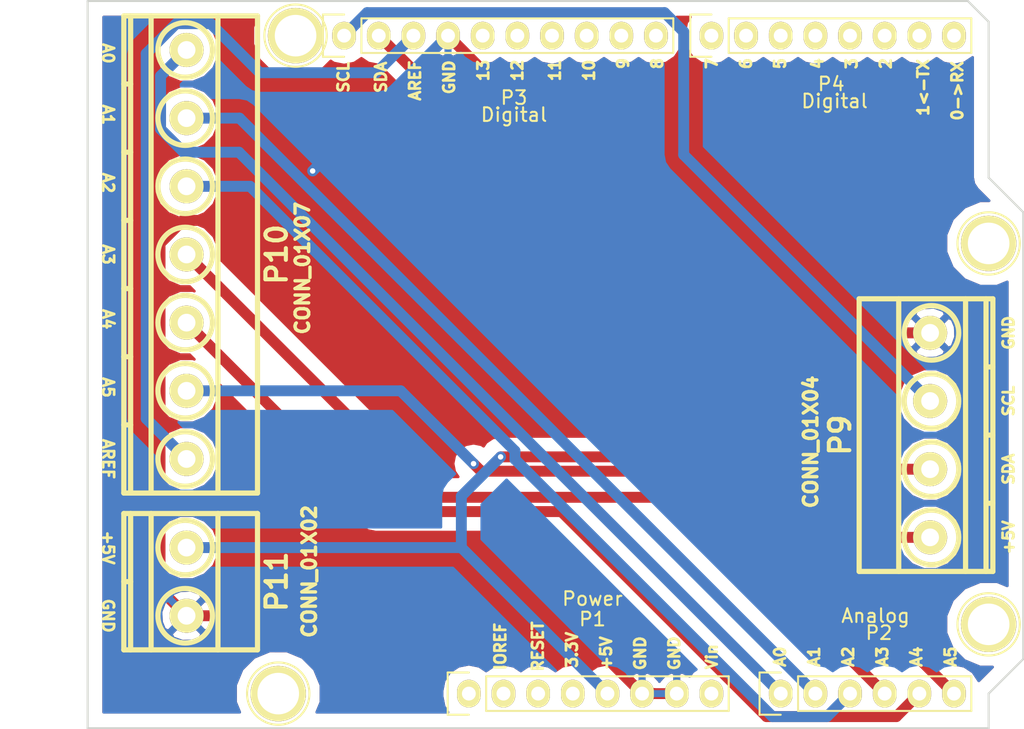
<source format=kicad_pcb>
(kicad_pcb (version 4) (host pcbnew 4.0.4-stable)

  (general
    (links 15)
    (no_connects 0)
    (area 104.572999 72.949999 179.724191 126.440001)
    (thickness 1.6)
    (drawings 70)
    (tracks 62)
    (zones 0)
    (modules 11)
    (nets 12)
  )

  (page A4)
  (title_block
    (date "lun. 30 mars 2015")
  )

  (layers
    (0 F.Cu signal)
    (31 B.Cu signal)
    (32 B.Adhes user)
    (33 F.Adhes user)
    (34 B.Paste user)
    (35 F.Paste user)
    (36 B.SilkS user)
    (37 F.SilkS user)
    (38 B.Mask user)
    (39 F.Mask user)
    (40 Dwgs.User user)
    (41 Cmts.User user)
    (42 Eco1.User user)
    (43 Eco2.User user)
    (44 Edge.Cuts user)
    (45 Margin user)
    (46 B.CrtYd user)
    (47 F.CrtYd user)
    (48 B.Fab user)
    (49 F.Fab user)
  )

  (setup
    (last_trace_width 0.7)
    (trace_clearance 0.25)
    (zone_clearance 1)
    (zone_45_only no)
    (trace_min 0.2)
    (segment_width 0.15)
    (edge_width 0.15)
    (via_size 0.6)
    (via_drill 0.4)
    (via_min_size 0.4)
    (via_min_drill 0.3)
    (uvia_size 0.3)
    (uvia_drill 0.1)
    (uvias_allowed no)
    (uvia_min_size 0.2)
    (uvia_min_drill 0.1)
    (pcb_text_width 0.3)
    (pcb_text_size 1.5 1.5)
    (mod_edge_width 0.15)
    (mod_text_size 1 1)
    (mod_text_width 0.15)
    (pad_size 4.064 4.064)
    (pad_drill 3.048)
    (pad_to_mask_clearance 0)
    (aux_axis_origin 110.998 126.365)
    (grid_origin 110.998 126.365)
    (visible_elements 7FFFFFFF)
    (pcbplotparams
      (layerselection 0x010f0_80000001)
      (usegerberextensions false)
      (excludeedgelayer true)
      (linewidth 0.100000)
      (plotframeref false)
      (viasonmask false)
      (mode 1)
      (useauxorigin false)
      (hpglpennumber 1)
      (hpglpenspeed 20)
      (hpglpendiameter 15)
      (hpglpenoverlay 2)
      (psnegative false)
      (psa4output false)
      (plotreference true)
      (plotvalue true)
      (plotinvisibletext false)
      (padsonsilk false)
      (subtractmaskfromsilk false)
      (outputformat 1)
      (mirror false)
      (drillshape 0)
      (scaleselection 1)
      (outputdirectory Gerbers/))
  )

  (net 0 "")
  (net 1 +5V)
  (net 2 GND)
  (net 3 /A0)
  (net 4 /A1)
  (net 5 /A2)
  (net 6 /A3)
  (net 7 /A4)
  (net 8 /A5)
  (net 9 "/(SCL)")
  (net 10 "/(SDA)")
  (net 11 /AREF)

  (net_class Default "This is the default net class."
    (clearance 0.25)
    (trace_width 0.7)
    (via_dia 0.6)
    (via_drill 0.4)
    (uvia_dia 0.3)
    (uvia_drill 0.1)
    (add_net +5V)
    (add_net "/(SCL)")
    (add_net "/(SDA)")
    (add_net /A0)
    (add_net /A1)
    (add_net /A2)
    (add_net /A3)
    (add_net /A4)
    (add_net /A5)
    (add_net /AREF)
    (add_net GND)
  )

  (module Socket_Arduino_Uno:Socket_Strip_Arduino_1x08 locked (layer F.Cu) (tedit 58E5750C) (tstamp 551AF9EA)
    (at 138.938 123.825)
    (descr "Through hole socket strip")
    (tags "socket strip")
    (path /56D70129)
    (fp_text reference P1 (at 9.06 -5.46) (layer F.SilkS)
      (effects (font (size 1 1) (thickness 0.15)))
    )
    (fp_text value Power (at 9.06 -6.96) (layer F.SilkS)
      (effects (font (size 1 1) (thickness 0.15)))
    )
    (fp_line (start -1.75 -1.75) (end -1.75 1.75) (layer F.CrtYd) (width 0.05))
    (fp_line (start 19.55 -1.75) (end 19.55 1.75) (layer F.CrtYd) (width 0.05))
    (fp_line (start -1.75 -1.75) (end 19.55 -1.75) (layer F.CrtYd) (width 0.05))
    (fp_line (start -1.75 1.75) (end 19.55 1.75) (layer F.CrtYd) (width 0.05))
    (fp_line (start 1.27 1.27) (end 19.05 1.27) (layer F.SilkS) (width 0.15))
    (fp_line (start 19.05 1.27) (end 19.05 -1.27) (layer F.SilkS) (width 0.15))
    (fp_line (start 19.05 -1.27) (end 1.27 -1.27) (layer F.SilkS) (width 0.15))
    (fp_line (start -1.55 1.55) (end 0 1.55) (layer F.SilkS) (width 0.15))
    (fp_line (start 1.27 1.27) (end 1.27 -1.27) (layer F.SilkS) (width 0.15))
    (fp_line (start 0 -1.55) (end -1.55 -1.55) (layer F.SilkS) (width 0.15))
    (fp_line (start -1.55 -1.55) (end -1.55 1.55) (layer F.SilkS) (width 0.15))
    (pad 1 thru_hole oval (at 0 0) (size 1.7272 2.032) (drill 1.016) (layers *.Cu *.Mask F.SilkS))
    (pad 2 thru_hole oval (at 2.54 0) (size 1.7272 2.032) (drill 1.016) (layers *.Cu *.Mask F.SilkS))
    (pad 3 thru_hole oval (at 5.08 0) (size 1.7272 2.032) (drill 1.016) (layers *.Cu *.Mask F.SilkS))
    (pad 4 thru_hole oval (at 7.62 0) (size 1.7272 2.032) (drill 1.016) (layers *.Cu *.Mask F.SilkS))
    (pad 5 thru_hole oval (at 10.16 0) (size 1.7272 2.032) (drill 1.016) (layers *.Cu *.Mask F.SilkS)
      (net 1 +5V))
    (pad 6 thru_hole oval (at 12.7 0) (size 1.7272 2.032) (drill 1.016) (layers *.Cu *.Mask F.SilkS)
      (net 2 GND))
    (pad 7 thru_hole oval (at 15.24 0) (size 1.7272 2.032) (drill 1.016) (layers *.Cu *.Mask F.SilkS)
      (net 2 GND))
    (pad 8 thru_hole oval (at 17.78 0) (size 1.7272 2.032) (drill 1.016) (layers *.Cu *.Mask F.SilkS))
    (model ${KIPRJMOD}/Socket_Arduino_Uno.3dshapes/Socket_header_Arduino_1x08.wrl
      (at (xyz 0.35 0 0))
      (scale (xyz 1 1 1))
      (rotate (xyz 0 0 180))
    )
  )

  (module Socket_Arduino_Uno:Socket_Strip_Arduino_1x06 locked (layer F.Cu) (tedit 58E57518) (tstamp 551AF9FF)
    (at 161.798 123.825)
    (descr "Through hole socket strip")
    (tags "socket strip")
    (path /56D70DD8)
    (fp_text reference P2 (at 7.2 -4.46) (layer F.SilkS)
      (effects (font (size 1 1) (thickness 0.15)))
    )
    (fp_text value Analog (at 6.95 -5.71) (layer F.SilkS)
      (effects (font (size 1 1) (thickness 0.15)))
    )
    (fp_line (start -1.75 -1.75) (end -1.75 1.75) (layer F.CrtYd) (width 0.05))
    (fp_line (start 14.45 -1.75) (end 14.45 1.75) (layer F.CrtYd) (width 0.05))
    (fp_line (start -1.75 -1.75) (end 14.45 -1.75) (layer F.CrtYd) (width 0.05))
    (fp_line (start -1.75 1.75) (end 14.45 1.75) (layer F.CrtYd) (width 0.05))
    (fp_line (start 1.27 1.27) (end 13.97 1.27) (layer F.SilkS) (width 0.15))
    (fp_line (start 13.97 1.27) (end 13.97 -1.27) (layer F.SilkS) (width 0.15))
    (fp_line (start 13.97 -1.27) (end 1.27 -1.27) (layer F.SilkS) (width 0.15))
    (fp_line (start -1.55 1.55) (end 0 1.55) (layer F.SilkS) (width 0.15))
    (fp_line (start 1.27 1.27) (end 1.27 -1.27) (layer F.SilkS) (width 0.15))
    (fp_line (start 0 -1.55) (end -1.55 -1.55) (layer F.SilkS) (width 0.15))
    (fp_line (start -1.55 -1.55) (end -1.55 1.55) (layer F.SilkS) (width 0.15))
    (pad 1 thru_hole oval (at 0 0) (size 1.7272 2.032) (drill 1.016) (layers *.Cu *.Mask F.SilkS)
      (net 3 /A0))
    (pad 2 thru_hole oval (at 2.54 0) (size 1.7272 2.032) (drill 1.016) (layers *.Cu *.Mask F.SilkS)
      (net 4 /A1))
    (pad 3 thru_hole oval (at 5.08 0) (size 1.7272 2.032) (drill 1.016) (layers *.Cu *.Mask F.SilkS)
      (net 5 /A2))
    (pad 4 thru_hole oval (at 7.62 0) (size 1.7272 2.032) (drill 1.016) (layers *.Cu *.Mask F.SilkS)
      (net 6 /A3))
    (pad 5 thru_hole oval (at 10.16 0) (size 1.7272 2.032) (drill 1.016) (layers *.Cu *.Mask F.SilkS)
      (net 7 /A4))
    (pad 6 thru_hole oval (at 12.7 0) (size 1.7272 2.032) (drill 1.016) (layers *.Cu *.Mask F.SilkS)
      (net 8 /A5))
    (model ${KIPRJMOD}/Socket_Arduino_Uno.3dshapes/Socket_header_Arduino_1x06.wrl
      (at (xyz 0.25 0 0))
      (scale (xyz 1 1 1))
      (rotate (xyz 0 0 180))
    )
  )

  (module Socket_Arduino_Uno:Socket_Strip_Arduino_1x10 locked (layer F.Cu) (tedit 58E57878) (tstamp 551AFA18)
    (at 129.794 75.565)
    (descr "Through hole socket strip")
    (tags "socket strip")
    (path /56D721E0)
    (fp_text reference P3 (at 12.454 4.55) (layer F.SilkS)
      (effects (font (size 1 1) (thickness 0.15)))
    )
    (fp_text value Digital (at 12.454 5.8) (layer F.SilkS)
      (effects (font (size 1 1) (thickness 0.15)))
    )
    (fp_line (start -1.75 -1.75) (end -1.75 1.75) (layer F.CrtYd) (width 0.05))
    (fp_line (start 24.65 -1.75) (end 24.65 1.75) (layer F.CrtYd) (width 0.05))
    (fp_line (start -1.75 -1.75) (end 24.65 -1.75) (layer F.CrtYd) (width 0.05))
    (fp_line (start -1.75 1.75) (end 24.65 1.75) (layer F.CrtYd) (width 0.05))
    (fp_line (start 1.27 1.27) (end 24.13 1.27) (layer F.SilkS) (width 0.15))
    (fp_line (start 24.13 1.27) (end 24.13 -1.27) (layer F.SilkS) (width 0.15))
    (fp_line (start 24.13 -1.27) (end 1.27 -1.27) (layer F.SilkS) (width 0.15))
    (fp_line (start -1.55 1.55) (end 0 1.55) (layer F.SilkS) (width 0.15))
    (fp_line (start 1.27 1.27) (end 1.27 -1.27) (layer F.SilkS) (width 0.15))
    (fp_line (start 0 -1.55) (end -1.55 -1.55) (layer F.SilkS) (width 0.15))
    (fp_line (start -1.55 -1.55) (end -1.55 1.55) (layer F.SilkS) (width 0.15))
    (pad 1 thru_hole oval (at 0 0) (size 1.7272 2.032) (drill 1.016) (layers *.Cu *.Mask F.SilkS)
      (net 9 "/(SCL)"))
    (pad 2 thru_hole oval (at 2.54 0) (size 1.7272 2.032) (drill 1.016) (layers *.Cu *.Mask F.SilkS)
      (net 10 "/(SDA)"))
    (pad 3 thru_hole oval (at 5.08 0) (size 1.7272 2.032) (drill 1.016) (layers *.Cu *.Mask F.SilkS)
      (net 11 /AREF))
    (pad 4 thru_hole oval (at 7.62 0) (size 1.7272 2.032) (drill 1.016) (layers *.Cu *.Mask F.SilkS)
      (net 2 GND))
    (pad 5 thru_hole oval (at 10.16 0) (size 1.7272 2.032) (drill 1.016) (layers *.Cu *.Mask F.SilkS))
    (pad 6 thru_hole oval (at 12.7 0) (size 1.7272 2.032) (drill 1.016) (layers *.Cu *.Mask F.SilkS))
    (pad 7 thru_hole oval (at 15.24 0) (size 1.7272 2.032) (drill 1.016) (layers *.Cu *.Mask F.SilkS))
    (pad 8 thru_hole oval (at 17.78 0) (size 1.7272 2.032) (drill 1.016) (layers *.Cu *.Mask F.SilkS))
    (pad 9 thru_hole oval (at 20.32 0) (size 1.7272 2.032) (drill 1.016) (layers *.Cu *.Mask F.SilkS))
    (pad 10 thru_hole oval (at 22.86 0) (size 1.7272 2.032) (drill 1.016) (layers *.Cu *.Mask F.SilkS))
    (model ${KIPRJMOD}/Socket_Arduino_Uno.3dshapes/Socket_header_Arduino_1x10.wrl
      (at (xyz 0.45 0 0))
      (scale (xyz 1 1 1))
      (rotate (xyz 0 0 180))
    )
  )

  (module Socket_Arduino_Uno:Socket_Strip_Arduino_1x08 locked (layer F.Cu) (tedit 58E57872) (tstamp 551AFA2F)
    (at 156.718 75.565)
    (descr "Through hole socket strip")
    (tags "socket strip")
    (path /56D7164F)
    (fp_text reference P4 (at 8.78 3.55) (layer F.SilkS)
      (effects (font (size 1 1) (thickness 0.15)))
    )
    (fp_text value Digital (at 9.03 4.8) (layer F.SilkS)
      (effects (font (size 1 1) (thickness 0.15)))
    )
    (fp_line (start -1.75 -1.75) (end -1.75 1.75) (layer F.CrtYd) (width 0.05))
    (fp_line (start 19.55 -1.75) (end 19.55 1.75) (layer F.CrtYd) (width 0.05))
    (fp_line (start -1.75 -1.75) (end 19.55 -1.75) (layer F.CrtYd) (width 0.05))
    (fp_line (start -1.75 1.75) (end 19.55 1.75) (layer F.CrtYd) (width 0.05))
    (fp_line (start 1.27 1.27) (end 19.05 1.27) (layer F.SilkS) (width 0.15))
    (fp_line (start 19.05 1.27) (end 19.05 -1.27) (layer F.SilkS) (width 0.15))
    (fp_line (start 19.05 -1.27) (end 1.27 -1.27) (layer F.SilkS) (width 0.15))
    (fp_line (start -1.55 1.55) (end 0 1.55) (layer F.SilkS) (width 0.15))
    (fp_line (start 1.27 1.27) (end 1.27 -1.27) (layer F.SilkS) (width 0.15))
    (fp_line (start 0 -1.55) (end -1.55 -1.55) (layer F.SilkS) (width 0.15))
    (fp_line (start -1.55 -1.55) (end -1.55 1.55) (layer F.SilkS) (width 0.15))
    (pad 1 thru_hole oval (at 0 0) (size 1.7272 2.032) (drill 1.016) (layers *.Cu *.Mask F.SilkS))
    (pad 2 thru_hole oval (at 2.54 0) (size 1.7272 2.032) (drill 1.016) (layers *.Cu *.Mask F.SilkS))
    (pad 3 thru_hole oval (at 5.08 0) (size 1.7272 2.032) (drill 1.016) (layers *.Cu *.Mask F.SilkS))
    (pad 4 thru_hole oval (at 7.62 0) (size 1.7272 2.032) (drill 1.016) (layers *.Cu *.Mask F.SilkS))
    (pad 5 thru_hole oval (at 10.16 0) (size 1.7272 2.032) (drill 1.016) (layers *.Cu *.Mask F.SilkS))
    (pad 6 thru_hole oval (at 12.7 0) (size 1.7272 2.032) (drill 1.016) (layers *.Cu *.Mask F.SilkS))
    (pad 7 thru_hole oval (at 15.24 0) (size 1.7272 2.032) (drill 1.016) (layers *.Cu *.Mask F.SilkS))
    (pad 8 thru_hole oval (at 17.78 0) (size 1.7272 2.032) (drill 1.016) (layers *.Cu *.Mask F.SilkS))
    (model ${KIPRJMOD}/Socket_Arduino_Uno.3dshapes/Socket_header_Arduino_1x08.wrl
      (at (xyz 0.35 0 0))
      (scale (xyz 1 1 1))
      (rotate (xyz 0 0 180))
    )
  )

  (module Socket_Arduino_Uno:Arduino_1pin locked (layer F.Cu) (tedit 58E57885) (tstamp 5524FC3F)
    (at 124.968 123.825)
    (descr "module 1 pin (ou trou mecanique de percage)")
    (tags DEV)
    (path /56D71177)
    (fp_text reference P5 (at 0 -3.048) (layer F.SilkS) hide
      (effects (font (size 1 1) (thickness 0.15)))
    )
    (fp_text value CONN_01X01 (at -6.97 0.54) (layer F.Fab) hide
      (effects (font (size 0.5 0.5) (thickness 0.125)))
    )
    (fp_circle (center 0 0) (end 0 -2.286) (layer F.SilkS) (width 0.15))
    (pad 1 thru_hole circle (at 0 0) (size 4.064 4.064) (drill 3.048) (layers *.Cu *.Mask F.SilkS))
  )

  (module Socket_Arduino_Uno:Arduino_1pin locked (layer F.Cu) (tedit 58E5789D) (tstamp 5524FC44)
    (at 177.038 118.745)
    (descr "module 1 pin (ou trou mecanique de percage)")
    (tags DEV)
    (path /56D71274)
    (fp_text reference P6 (at 1.46 -2.88) (layer F.SilkS) hide
      (effects (font (size 1 1) (thickness 0.15)))
    )
    (fp_text value CONN_01X01 (at -4.29 -2.13) (layer F.Fab) hide
      (effects (font (size 0.5 0.5) (thickness 0.125)))
    )
    (fp_circle (center 0 0) (end 0 -2.286) (layer F.SilkS) (width 0.15))
    (pad 1 thru_hole circle (at 0 0) (size 4.064 4.064) (drill 3.048) (layers *.Cu *.Mask F.SilkS))
  )

  (module Socket_Arduino_Uno:Arduino_1pin locked (layer F.Cu) (tedit 58E575E0) (tstamp 5524FC49)
    (at 126.238 75.565)
    (descr "module 1 pin (ou trou mecanique de percage)")
    (tags DEV)
    (path /56D712A8)
    (fp_text reference P7 (at 0.01 4.05) (layer F.SilkS) hide
      (effects (font (size 1 1) (thickness 0.15)))
    )
    (fp_text value CONN_01X01 (at -0.24 2.8) (layer F.Fab) hide
      (effects (font (size 0.5 0.5) (thickness 0.125)))
    )
    (fp_circle (center 0 0) (end 0 -2.286) (layer F.SilkS) (width 0.15))
    (pad 1 thru_hole circle (at 0 0) (size 4.064 4.064) (drill 3.048) (layers *.Cu *.Mask F.SilkS))
  )

  (module Socket_Arduino_Uno:Arduino_1pin locked (layer F.Cu) (tedit 58E57890) (tstamp 5524FC4E)
    (at 177.038 90.805)
    (descr "module 1 pin (ou trou mecanique de percage)")
    (tags DEV)
    (path /56D712DB)
    (fp_text reference P8 (at 0 -3.048) (layer F.SilkS) hide
      (effects (font (size 1 1) (thickness 0.15)))
    )
    (fp_text value CONN_01X01 (at -4.29 -1.94) (layer F.Fab) hide
      (effects (font (size 0.5 0.5) (thickness 0.125)))
    )
    (fp_circle (center 0 0) (end 0 -2.286) (layer F.SilkS) (width 0.15))
    (pad 1 thru_hole circle (at 0 0) (size 4.064 4.064) (drill 3.048) (layers *.Cu *.Mask F.SilkS))
  )

  (module w_conn_mkds:mkds_1,5-4 (layer F.Cu) (tedit 58E57A91) (tstamp 58E56A4B)
    (at 172.748 104.865 90)
    (descr "4-way 5mm pitch terminal block, Phoenix MKDS series")
    (path /58E5681A)
    (fp_text reference P9 (at 0 -6.6 90) (layer F.SilkS)
      (effects (font (size 1.5 1.5) (thickness 0.3)))
    )
    (fp_text value CONN_01X04 (at -0.5 -8.75 90) (layer F.SilkS)
      (effects (font (size 1 1) (thickness 0.25)))
    )
    (fp_line (start 5 4.1) (end 5 4.6) (layer F.SilkS) (width 0.381))
    (fp_circle (center 7.5 0.1) (end 5.5 0.1) (layer F.SilkS) (width 0.381))
    (fp_circle (center 2.5 0.1) (end 0.5 0.1) (layer F.SilkS) (width 0.381))
    (fp_line (start 0 4.1) (end 0 4.6) (layer F.SilkS) (width 0.381))
    (fp_line (start -5 4.1) (end -5 4.6) (layer F.SilkS) (width 0.381))
    (fp_circle (center -2.5 0.1) (end -4.5 0.1) (layer F.SilkS) (width 0.381))
    (fp_circle (center -7.5 0.1) (end -5.5 0.1) (layer F.SilkS) (width 0.381))
    (fp_line (start -10 2.6) (end 10 2.6) (layer F.SilkS) (width 0.381))
    (fp_line (start -10 -2.3) (end 10 -2.3) (layer F.SilkS) (width 0.381))
    (fp_line (start -10 4.1) (end 10 4.1) (layer F.SilkS) (width 0.381))
    (fp_line (start -10 4.6) (end 10 4.6) (layer F.SilkS) (width 0.381))
    (fp_line (start 10 4.6) (end 10 -5.2) (layer F.SilkS) (width 0.381))
    (fp_line (start 10 -5.2) (end -10 -5.2) (layer F.SilkS) (width 0.381))
    (fp_line (start -10 -5.2) (end -10 4.6) (layer F.SilkS) (width 0.381))
    (pad 4 thru_hole circle (at 7.5 0 90) (size 2.5 2.5) (drill 1.3) (layers *.Cu *.Mask F.SilkS)
      (net 2 GND))
    (pad 3 thru_hole circle (at 2.5 0 90) (size 2.5 2.5) (drill 1.3) (layers *.Cu *.Mask F.SilkS)
      (net 9 "/(SCL)"))
    (pad 1 thru_hole circle (at -7.5 0 90) (size 2.5 2.5) (drill 1.3) (layers *.Cu *.Mask F.SilkS)
      (net 1 +5V))
    (pad 2 thru_hole circle (at -2.5 0 90) (size 2.5 2.5) (drill 1.3) (layers *.Cu *.Mask F.SilkS)
      (net 10 "/(SDA)"))
    (model walter/conn_mkds/mkds_1,5-4.wrl
      (at (xyz 0 0 0))
      (scale (xyz 1 1 1))
      (rotate (xyz 0 0 0))
    )
  )

  (module w_conn_mkds:mkds_1,5-7 (layer F.Cu) (tedit 58E57A8B) (tstamp 58E56A56)
    (at 118.248 91.615 270)
    (descr "7-way 5mm pitch terminal block, Phoenix MKDS series")
    (path /58E586E5)
    (fp_text reference P10 (at 0 -6.6 270) (layer F.SilkS)
      (effects (font (size 1.5 1.5) (thickness 0.3)))
    )
    (fp_text value CONN_01X07 (at 1 -8.5 270) (layer F.SilkS)
      (effects (font (size 1 1) (thickness 0.25)))
    )
    (fp_line (start 12.5 4.1) (end 12.5 4.6) (layer F.SilkS) (width 0.381))
    (fp_circle (center 15 0.1) (end 13 0.1) (layer F.SilkS) (width 0.381))
    (fp_circle (center 10 0.1) (end 8 0.1) (layer F.SilkS) (width 0.381))
    (fp_line (start 7.5 4.1) (end 7.5 4.6) (layer F.SilkS) (width 0.381))
    (fp_line (start 2.5 4.1) (end 2.5 4.6) (layer F.SilkS) (width 0.381))
    (fp_circle (center 5 0.1) (end 3 0.1) (layer F.SilkS) (width 0.381))
    (fp_line (start -2.5 4.1) (end -2.5 4.6) (layer F.SilkS) (width 0.381))
    (fp_circle (center 0 0.1) (end -2 0.1) (layer F.SilkS) (width 0.381))
    (fp_circle (center -5 0.1) (end -7 0.1) (layer F.SilkS) (width 0.381))
    (fp_line (start -7.5 4.1) (end -7.5 4.6) (layer F.SilkS) (width 0.381))
    (fp_line (start -12.5 4.1) (end -12.5 4.6) (layer F.SilkS) (width 0.381))
    (fp_circle (center -10 0.1) (end -12 0.1) (layer F.SilkS) (width 0.381))
    (fp_circle (center -15 0.1) (end -13 0.1) (layer F.SilkS) (width 0.381))
    (fp_line (start -17.5 2.6) (end 17.5 2.6) (layer F.SilkS) (width 0.381))
    (fp_line (start -17.5 -2.3) (end 17.5 -2.3) (layer F.SilkS) (width 0.381))
    (fp_line (start -17.5 4.1) (end 17.5 4.1) (layer F.SilkS) (width 0.381))
    (fp_line (start -17.5 4.6) (end 17.5 4.6) (layer F.SilkS) (width 0.381))
    (fp_line (start 17.5 4.6) (end 17.5 -5.2) (layer F.SilkS) (width 0.381))
    (fp_line (start 17.5 -5.2) (end -17.5 -5.2) (layer F.SilkS) (width 0.381))
    (fp_line (start -17.5 -5.2) (end -17.5 4.6) (layer F.SilkS) (width 0.381))
    (pad 7 thru_hole circle (at 15 0 270) (size 2.5 2.5) (drill 1.3) (layers *.Cu *.Mask F.SilkS)
      (net 11 /AREF))
    (pad 6 thru_hole circle (at 10 0 270) (size 2.5 2.5) (drill 1.3) (layers *.Cu *.Mask F.SilkS)
      (net 8 /A5))
    (pad 5 thru_hole circle (at 5 0 270) (size 2.5 2.5) (drill 1.3) (layers *.Cu *.Mask F.SilkS)
      (net 7 /A4))
    (pad 4 thru_hole circle (at 0 0 270) (size 2.5 2.5) (drill 1.3) (layers *.Cu *.Mask F.SilkS)
      (net 6 /A3))
    (pad 3 thru_hole circle (at -5 0 270) (size 2.5 2.5) (drill 1.3) (layers *.Cu *.Mask F.SilkS)
      (net 5 /A2))
    (pad 1 thru_hole circle (at -15 0 270) (size 2.5 2.5) (drill 1.3) (layers *.Cu *.Mask F.SilkS)
      (net 3 /A0))
    (pad 2 thru_hole circle (at -10 0 270) (size 2.5 2.5) (drill 1.3) (layers *.Cu *.Mask F.SilkS)
      (net 4 /A1))
    (model walter/conn_mkds/mkds_1,5-7.wrl
      (at (xyz 0 0 0))
      (scale (xyz 1 1 1))
      (rotate (xyz 0 0 0))
    )
  )

  (module w_conn_mkds:mkds_1,5-2 (layer F.Cu) (tedit 58E57A83) (tstamp 58E56A5C)
    (at 118.248 115.615 270)
    (descr "2-way 5mm pitch terminal block, Phoenix MKDS series")
    (path /58E58511)
    (fp_text reference P11 (at 0 -6.6 270) (layer F.SilkS)
      (effects (font (size 1.5 1.5) (thickness 0.3)))
    )
    (fp_text value CONN_01X02 (at -0.75 -9 270) (layer F.SilkS)
      (effects (font (size 1 1) (thickness 0.25)))
    )
    (fp_line (start 0 4.1) (end 0 4.6) (layer F.SilkS) (width 0.381))
    (fp_circle (center 2.5 0.1) (end 0.5 0.1) (layer F.SilkS) (width 0.381))
    (fp_circle (center -2.5 0.1) (end -0.5 0.1) (layer F.SilkS) (width 0.381))
    (fp_line (start -5 2.6) (end 5 2.6) (layer F.SilkS) (width 0.381))
    (fp_line (start -5 -2.3) (end 5 -2.3) (layer F.SilkS) (width 0.381))
    (fp_line (start -5 4.1) (end 5 4.1) (layer F.SilkS) (width 0.381))
    (fp_line (start -5 4.6) (end 5 4.6) (layer F.SilkS) (width 0.381))
    (fp_line (start 5 4.6) (end 5 -5.2) (layer F.SilkS) (width 0.381))
    (fp_line (start 5 -5.2) (end -5 -5.2) (layer F.SilkS) (width 0.381))
    (fp_line (start -5 -5.2) (end -5 4.6) (layer F.SilkS) (width 0.381))
    (pad 1 thru_hole circle (at -2.5 0 270) (size 2.5 2.5) (drill 1.3) (layers *.Cu *.Mask F.SilkS)
      (net 1 +5V))
    (pad 2 thru_hole circle (at 2.5 0 270) (size 2.5 2.5) (drill 1.3) (layers *.Cu *.Mask F.SilkS)
      (net 2 GND))
    (model walter/conn_mkds/mkds_1,5-2.wrl
      (at (xyz 0 0 0))
      (scale (xyz 1 1 1))
      (rotate (xyz 0 0 0))
    )
  )

  (gr_text 0->RX (at 174.748 79.615 90) (layer F.SilkS)
    (effects (font (size 0.8 0.8) (thickness 0.2)))
  )
  (gr_text 1<-TX (at 172.248 79.365 90) (layer F.SilkS)
    (effects (font (size 0.8 0.8) (thickness 0.2)))
  )
  (gr_text 2 (at 169.498 77.615 90) (layer F.SilkS)
    (effects (font (size 0.8 0.8) (thickness 0.2)))
  )
  (gr_text 3 (at 166.998 77.615 90) (layer F.SilkS)
    (effects (font (size 0.8 0.8) (thickness 0.2)))
  )
  (gr_text 4 (at 164.498 77.615 90) (layer F.SilkS)
    (effects (font (size 0.8 0.8) (thickness 0.2)))
  )
  (gr_text 5 (at 161.748 77.615 90) (layer F.SilkS)
    (effects (font (size 0.8 0.8) (thickness 0.2)))
  )
  (gr_text 6 (at 159.248 77.615 90) (layer F.SilkS)
    (effects (font (size 0.8 0.8) (thickness 0.2)))
  )
  (gr_text 7 (at 156.748 77.615 90) (layer F.SilkS)
    (effects (font (size 0.8 0.8) (thickness 0.2)))
  )
  (gr_text 8 (at 152.748 77.615 90) (layer F.SilkS)
    (effects (font (size 0.8 0.8) (thickness 0.2)))
  )
  (gr_text 9~ (at 150.248 77.615 90) (layer F.SilkS)
    (effects (font (size 0.8 0.8) (thickness 0.2)))
  )
  (gr_text 10~ (at 147.748 78.115 90) (layer F.SilkS)
    (effects (font (size 0.8 0.8) (thickness 0.2)))
  )
  (gr_text 11~ (at 145.248 78.115 90) (layer F.SilkS)
    (effects (font (size 0.8 0.8) (thickness 0.2)))
  )
  (gr_text 12 (at 142.498 78.115 90) (layer F.SilkS)
    (effects (font (size 0.8 0.8) (thickness 0.2)))
  )
  (gr_text 13 (at 139.998 78.115 90) (layer F.SilkS)
    (effects (font (size 0.8 0.8) (thickness 0.2)))
  )
  (gr_text GND (at 137.498 78.615 90) (layer F.SilkS)
    (effects (font (size 0.8 0.8) (thickness 0.2)))
  )
  (gr_text AREF (at 134.998 78.865 90) (layer F.SilkS)
    (effects (font (size 0.8 0.8) (thickness 0.2)))
  )
  (gr_text SDA (at 132.498 78.615 90) (layer F.SilkS)
    (effects (font (size 0.8 0.8) (thickness 0.2)))
  )
  (gr_text SCL (at 129.748 78.615 90) (layer F.SilkS)
    (effects (font (size 0.8 0.8) (thickness 0.2)))
  )
  (gr_text A5 (at 174.248 121.115 90) (layer F.SilkS)
    (effects (font (size 0.8 0.8) (thickness 0.2)))
  )
  (gr_text A4 (at 171.748 121.115 90) (layer F.SilkS)
    (effects (font (size 0.8 0.8) (thickness 0.2)))
  )
  (gr_text A3 (at 169.248 121.115 90) (layer F.SilkS)
    (effects (font (size 0.8 0.8) (thickness 0.2)))
  )
  (gr_text A2 (at 166.748 121.115 90) (layer F.SilkS)
    (effects (font (size 0.8 0.8) (thickness 0.2)))
  )
  (gr_text A1 (at 164.248 121.115 90) (layer F.SilkS)
    (effects (font (size 0.8 0.8) (thickness 0.2)))
  )
  (gr_text A0 (at 161.748 121.115 90) (layer F.SilkS)
    (effects (font (size 0.8 0.8) (thickness 0.2)))
  )
  (gr_text Vin (at 156.748 121.115 90) (layer F.SilkS)
    (effects (font (size 0.8 0.8) (thickness 0.2)))
  )
  (gr_text GND (at 153.998 120.865 90) (layer F.SilkS)
    (effects (font (size 0.8 0.8) (thickness 0.2)))
  )
  (gr_text GND (at 151.498 120.865 90) (layer F.SilkS)
    (effects (font (size 0.8 0.8) (thickness 0.2)))
  )
  (gr_text +5V (at 148.998 120.865 90) (layer F.SilkS)
    (effects (font (size 0.8 0.8) (thickness 0.2)))
  )
  (gr_text 3.3V (at 146.498 120.615 90) (layer F.SilkS)
    (effects (font (size 0.8 0.8) (thickness 0.2)))
  )
  (gr_text RESET (at 143.998 120.365 90) (layer F.SilkS)
    (effects (font (size 0.8 0.8) (thickness 0.2)))
  )
  (gr_text IOREF (at 141.248 120.365 90) (layer F.SilkS)
    (effects (font (size 0.8 0.8) (thickness 0.2)))
  )
  (gr_text GND (at 112.498 118.115 270) (layer F.SilkS)
    (effects (font (size 0.8 0.8) (thickness 0.2)))
  )
  (gr_text +5V (at 112.498 113.115 270) (layer F.SilkS)
    (effects (font (size 0.8 0.8) (thickness 0.2)))
  )
  (gr_text AREF (at 112.498 106.615 270) (layer F.SilkS)
    (effects (font (size 0.8 0.8) (thickness 0.2)))
  )
  (gr_text A5 (at 112.498 101.365 270) (layer F.SilkS)
    (effects (font (size 0.8 0.8) (thickness 0.2)))
  )
  (gr_text A4 (at 112.498 96.365 270) (layer F.SilkS)
    (effects (font (size 0.8 0.8) (thickness 0.2)))
  )
  (gr_text A3 (at 112.498 91.615 270) (layer F.SilkS)
    (effects (font (size 0.8 0.8) (thickness 0.2)))
  )
  (gr_text A2 (at 112.498 86.365 270) (layer F.SilkS)
    (effects (font (size 0.8 0.8) (thickness 0.2)))
  )
  (gr_text A1 (at 112.498 81.365 270) (layer F.SilkS)
    (effects (font (size 0.8 0.8) (thickness 0.2)))
  )
  (gr_text A0 (at 112.498 76.865 270) (layer F.SilkS)
    (effects (font (size 0.8 0.8) (thickness 0.2)))
  )
  (gr_text GND (at 178.498 97.365 90) (layer F.SilkS)
    (effects (font (size 0.8 0.8) (thickness 0.2)))
  )
  (gr_text SCL (at 178.498 102.365 90) (layer F.SilkS)
    (effects (font (size 0.8 0.8) (thickness 0.2)))
  )
  (gr_text SDA (at 178.498 107.365 90) (layer F.SilkS)
    (effects (font (size 0.8 0.8) (thickness 0.2)))
  )
  (gr_text +5V (at 178.498 112.365 90) (layer F.SilkS)
    (effects (font (size 0.8 0.8) (thickness 0.2)))
  )
  (gr_circle (center 117.348 76.962) (end 118.618 76.962) (layer Dwgs.User) (width 0.15))
  (gr_line (start 114.427 78.994) (end 114.427 74.93) (angle 90) (layer Dwgs.User) (width 0.15))
  (gr_line (start 120.269 78.994) (end 114.427 78.994) (angle 90) (layer Dwgs.User) (width 0.15))
  (gr_line (start 120.269 74.93) (end 120.269 78.994) (angle 90) (layer Dwgs.User) (width 0.15))
  (gr_line (start 114.427 74.93) (end 120.269 74.93) (angle 90) (layer Dwgs.User) (width 0.15))
  (gr_line (start 120.523 93.98) (end 104.648 93.98) (angle 90) (layer Dwgs.User) (width 0.15))
  (gr_line (start 177.038 74.549) (end 175.514 73.025) (angle 90) (layer Edge.Cuts) (width 0.15))
  (gr_line (start 177.038 85.979) (end 177.038 74.549) (angle 90) (layer Edge.Cuts) (width 0.15))
  (gr_line (start 179.578 88.519) (end 177.038 85.979) (angle 90) (layer Edge.Cuts) (width 0.15))
  (gr_line (start 179.578 121.285) (end 179.578 88.519) (angle 90) (layer Edge.Cuts) (width 0.15))
  (gr_line (start 177.038 123.825) (end 179.578 121.285) (angle 90) (layer Edge.Cuts) (width 0.15))
  (gr_line (start 177.038 126.365) (end 177.038 123.825) (angle 90) (layer Edge.Cuts) (width 0.15))
  (gr_line (start 110.998 126.365) (end 177.038 126.365) (angle 90) (layer Edge.Cuts) (width 0.15))
  (gr_line (start 110.998 73.025) (end 110.998 126.365) (angle 90) (layer Edge.Cuts) (width 0.15))
  (gr_line (start 175.514 73.025) (end 110.998 73.025) (angle 90) (layer Edge.Cuts) (width 0.15))
  (gr_line (start 173.355 102.235) (end 173.355 94.615) (angle 90) (layer Dwgs.User) (width 0.15))
  (gr_line (start 178.435 102.235) (end 173.355 102.235) (angle 90) (layer Dwgs.User) (width 0.15))
  (gr_line (start 178.435 94.615) (end 178.435 102.235) (angle 90) (layer Dwgs.User) (width 0.15))
  (gr_line (start 173.355 94.615) (end 178.435 94.615) (angle 90) (layer Dwgs.User) (width 0.15))
  (gr_line (start 109.093 123.19) (end 109.093 114.3) (angle 90) (layer Dwgs.User) (width 0.15))
  (gr_line (start 122.428 123.19) (end 109.093 123.19) (angle 90) (layer Dwgs.User) (width 0.15))
  (gr_line (start 122.428 114.3) (end 122.428 123.19) (angle 90) (layer Dwgs.User) (width 0.15))
  (gr_line (start 109.093 114.3) (end 122.428 114.3) (angle 90) (layer Dwgs.User) (width 0.15))
  (gr_line (start 104.648 93.98) (end 104.648 82.55) (angle 90) (layer Dwgs.User) (width 0.15))
  (gr_line (start 120.523 82.55) (end 120.523 93.98) (angle 90) (layer Dwgs.User) (width 0.15))
  (gr_line (start 104.648 82.55) (end 120.523 82.55) (angle 90) (layer Dwgs.User) (width 0.15))

  (via (at 141.2662 106.4612) (size 0.6) (layers F.Cu B.Cu) (net 1))
  (segment (start 161.7448 106.4612) (end 141.2662 106.4612) (width 0.8) (layer F.Cu) (net 1))
  (segment (start 167.6486 112.365) (end 161.7448 106.4612) (width 0.8) (layer F.Cu) (net 1))
  (segment (start 172.748 112.365) (end 167.6486 112.365) (width 0.8) (layer F.Cu) (net 1))
  (segment (start 138.388 109.3394) (end 138.388 113.115) (width 0.8) (layer B.Cu) (net 1))
  (segment (start 141.2662 106.4612) (end 138.388 109.3394) (width 0.8) (layer B.Cu) (net 1))
  (segment (start 118.248 113.115) (end 138.388 113.115) (width 0.8) (layer B.Cu) (net 1))
  (segment (start 138.388 113.115) (end 149.098 123.825) (width 0.8) (layer B.Cu) (net 1))
  (via (at 127.4887 85.4903) (size 0.6) (layers F.Cu B.Cu) (net 2))
  (segment (start 154.178 123.825) (end 152.5144 123.825) (width 0.8) (layer F.Cu) (net 2))
  (segment (start 151.638 123.825) (end 152.5144 123.825) (width 0.8) (layer F.Cu) (net 2))
  (segment (start 137.414 75.565) (end 127.4887 85.4903) (width 0.8) (layer B.Cu) (net 2))
  (segment (start 116.3023 116.1693) (end 118.248 118.115) (width 0.8) (layer F.Cu) (net 2))
  (segment (start 116.3023 90.8058) (end 116.3023 116.1693) (width 0.8) (layer F.Cu) (net 2))
  (segment (start 117.9931 89.115) (end 116.3023 90.8058) (width 0.8) (layer F.Cu) (net 2))
  (segment (start 123.864 89.115) (end 117.9931 89.115) (width 0.8) (layer F.Cu) (net 2))
  (segment (start 127.4887 85.4903) (end 123.864 89.115) (width 0.8) (layer F.Cu) (net 2))
  (segment (start 145.928 118.115) (end 151.638 123.825) (width 0.8) (layer F.Cu) (net 2))
  (segment (start 118.248 118.115) (end 145.928 118.115) (width 0.8) (layer F.Cu) (net 2))
  (segment (start 159.214 97.365) (end 172.748 97.365) (width 0.8) (layer F.Cu) (net 2))
  (segment (start 137.414 75.565) (end 159.214 97.365) (width 0.8) (layer F.Cu) (net 2))
  (segment (start 116.3432 78.5198) (end 118.248 76.615) (width 0.8) (layer B.Cu) (net 3))
  (segment (start 116.3432 82.4199) (end 116.3432 78.5198) (width 0.8) (layer B.Cu) (net 3))
  (segment (start 118.0383 84.115) (end 116.3432 82.4199) (width 0.8) (layer B.Cu) (net 3))
  (segment (start 122.088 84.115) (end 118.0383 84.115) (width 0.8) (layer B.Cu) (net 3))
  (segment (start 161.798 123.825) (end 122.088 84.115) (width 0.8) (layer B.Cu) (net 3))
  (segment (start 122.128 81.615) (end 164.338 123.825) (width 0.8) (layer B.Cu) (net 4))
  (segment (start 118.248 81.615) (end 122.128 81.615) (width 0.8) (layer B.Cu) (net 4))
  (segment (start 122.9054 86.615) (end 118.248 86.615) (width 0.8) (layer B.Cu) (net 5))
  (segment (start 142.3165 106.0261) (end 122.9054 86.615) (width 0.8) (layer B.Cu) (net 5))
  (segment (start 142.3165 106.6369) (end 142.3165 106.0261) (width 0.8) (layer B.Cu) (net 5))
  (segment (start 161.1918 125.5122) (end 142.3165 106.6369) (width 0.8) (layer B.Cu) (net 5))
  (segment (start 165.1908 125.5122) (end 161.1918 125.5122) (width 0.8) (layer B.Cu) (net 5))
  (segment (start 166.878 123.825) (end 165.1908 125.5122) (width 0.8) (layer B.Cu) (net 5))
  (segment (start 155.018 109.425) (end 169.418 123.825) (width 0.8) (layer F.Cu) (net 6))
  (segment (start 136.058 109.425) (end 155.018 109.425) (width 0.8) (layer F.Cu) (net 6))
  (segment (start 118.248 91.615) (end 136.058 109.425) (width 0.8) (layer F.Cu) (net 6))
  (segment (start 170.2708 125.5122) (end 171.958 123.825) (width 0.8) (layer F.Cu) (net 7))
  (segment (start 160.758 125.5122) (end 170.2708 125.5122) (width 0.8) (layer F.Cu) (net 7))
  (segment (start 145.7211 110.4753) (end 160.758 125.5122) (width 0.8) (layer F.Cu) (net 7))
  (segment (start 132.1083 110.4753) (end 145.7211 110.4753) (width 0.8) (layer F.Cu) (net 7))
  (segment (start 118.248 96.615) (end 132.1083 110.4753) (width 0.8) (layer F.Cu) (net 7))
  (via (at 139.2825 106.9595) (size 0.6) (layers F.Cu B.Cu) (net 8))
  (segment (start 133.938 101.615) (end 139.2825 106.9595) (width 0.8) (layer B.Cu) (net 8))
  (segment (start 118.248 101.615) (end 133.938 101.615) (width 0.8) (layer B.Cu) (net 8))
  (segment (start 158.1845 107.5115) (end 174.498 123.825) (width 0.8) (layer F.Cu) (net 8))
  (segment (start 139.8345 107.5115) (end 158.1845 107.5115) (width 0.8) (layer F.Cu) (net 8))
  (segment (start 139.2825 106.9595) (end 139.8345 107.5115) (width 0.8) (layer F.Cu) (net 8))
  (segment (start 131.4812 73.8778) (end 129.794 75.565) (width 0.8) (layer B.Cu) (net 9))
  (segment (start 153.2834 73.8778) (end 131.4812 73.8778) (width 0.8) (layer B.Cu) (net 9))
  (segment (start 154.686 75.2804) (end 153.2834 73.8778) (width 0.8) (layer B.Cu) (net 9))
  (segment (start 154.686 84.303) (end 154.686 75.2804) (width 0.8) (layer B.Cu) (net 9))
  (segment (start 172.748 102.365) (end 154.686 84.303) (width 0.8) (layer B.Cu) (net 9))
  (segment (start 164.134 107.365) (end 132.334 75.565) (width 0.8) (layer F.Cu) (net 10))
  (segment (start 172.748 107.365) (end 164.134 107.365) (width 0.8) (layer F.Cu) (net 10))
  (segment (start 132.1564 78.2826) (end 134.874 75.565) (width 0.8) (layer B.Cu) (net 11))
  (segment (start 123.6153 78.2826) (end 132.1564 78.2826) (width 0.8) (layer B.Cu) (net 11))
  (segment (start 120.0182 74.6855) (end 123.6153 78.2826) (width 0.8) (layer B.Cu) (net 11))
  (segment (start 117.4848 74.6855) (end 120.0182 74.6855) (width 0.8) (layer B.Cu) (net 11))
  (segment (start 115.2928 76.8775) (end 117.4848 74.6855) (width 0.8) (layer B.Cu) (net 11))
  (segment (start 115.2928 103.6598) (end 115.2928 76.8775) (width 0.8) (layer B.Cu) (net 11))
  (segment (start 118.248 106.615) (end 115.2928 103.6598) (width 0.8) (layer B.Cu) (net 11))

  (zone (net 2) (net_name GND) (layer F.Cu) (tstamp 58E57E07) (hatch edge 0.508)
    (connect_pads (clearance 1))
    (min_thickness 0.2)
    (fill yes (arc_segments 16) (thermal_gap 0.508) (thermal_bridge_width 0.508))
    (polygon
      (pts
        (xy 176.998 74.565) (xy 176.998 85.965) (xy 179.598 88.565) (xy 179.598 121.265) (xy 176.998 123.865)
        (xy 176.998 126.365) (xy 110.998 126.365) (xy 110.998 73.065) (xy 175.498 73.065)
      )
    )
    (filled_polygon
      (pts
        (xy 123.106544 74.939273) (xy 123.105457 76.18526) (xy 123.581271 77.336818) (xy 124.461548 78.218633) (xy 125.612273 78.696456)
        (xy 126.85826 78.697543) (xy 128.009818 78.221729) (xy 128.813211 77.419737) (xy 129.042563 77.572985) (xy 129.794 77.722455)
        (xy 130.545437 77.572985) (xy 131.064 77.226492) (xy 131.582563 77.572985) (xy 132.334 77.722455) (xy 132.36414 77.71646)
        (xy 159.60888 104.9612) (xy 141.2662 104.9612) (xy 140.692175 105.075381) (xy 140.20554 105.40054) (xy 140.017833 105.681464)
        (xy 139.856525 105.573681) (xy 139.2825 105.4595) (xy 138.708475 105.573681) (xy 138.22184 105.89884) (xy 137.896681 106.385475)
        (xy 137.7825 106.9595) (xy 137.896681 107.533525) (xy 138.158256 107.925) (xy 136.67932 107.925) (xy 120.597801 91.843481)
        (xy 120.598407 91.149607) (xy 120.241395 90.285571) (xy 119.580906 89.623929) (xy 118.717495 89.265409) (xy 117.782607 89.264593)
        (xy 116.918571 89.621605) (xy 116.256929 90.282094) (xy 115.898409 91.145505) (xy 115.897593 92.080393) (xy 116.254605 92.944429)
        (xy 116.915094 93.606071) (xy 117.778505 93.964591) (xy 118.476881 93.965201) (xy 118.819406 94.307726) (xy 118.717495 94.265409)
        (xy 117.782607 94.264593) (xy 116.918571 94.621605) (xy 116.256929 95.282094) (xy 115.898409 96.145505) (xy 115.897593 97.080393)
        (xy 116.254605 97.944429) (xy 116.915094 98.606071) (xy 117.778505 98.964591) (xy 118.476881 98.965201) (xy 118.819406 99.307726)
        (xy 118.717495 99.265409) (xy 117.782607 99.264593) (xy 116.918571 99.621605) (xy 116.256929 100.282094) (xy 115.898409 101.145505)
        (xy 115.897593 102.080393) (xy 116.254605 102.944429) (xy 116.915094 103.606071) (xy 117.778505 103.964591) (xy 118.713393 103.965407)
        (xy 119.577429 103.608395) (xy 120.239071 102.947906) (xy 120.597591 102.084495) (xy 120.598407 101.149607) (xy 120.554131 101.042451)
        (xy 131.04764 111.53596) (xy 131.534275 111.861119) (xy 132.1083 111.9753) (xy 145.09978 111.9753) (xy 155.35208 122.2276)
        (xy 155.329525 122.24267) (xy 155.116306 122.561774) (xy 155.041641 122.481178) (xy 154.559049 122.251189) (xy 154.332 122.362017)
        (xy 154.332 123.671) (xy 154.352 123.671) (xy 154.352 123.979) (xy 154.332 123.979) (xy 154.332 123.999)
        (xy 154.024 123.999) (xy 154.024 123.979) (xy 151.792 123.979) (xy 151.792 123.999) (xy 151.484 123.999)
        (xy 151.484 123.979) (xy 151.464 123.979) (xy 151.464 123.671) (xy 151.484 123.671) (xy 151.484 122.362017)
        (xy 151.792 122.362017) (xy 151.792 123.671) (xy 154.024 123.671) (xy 154.024 122.362017) (xy 153.796951 122.251189)
        (xy 153.314359 122.481178) (xy 152.924162 122.902371) (xy 152.908 122.946034) (xy 152.891838 122.902371) (xy 152.501641 122.481178)
        (xy 152.019049 122.251189) (xy 151.792 122.362017) (xy 151.484 122.362017) (xy 151.256951 122.251189) (xy 150.774359 122.481178)
        (xy 150.699694 122.561774) (xy 150.486475 122.24267) (xy 149.849437 121.817015) (xy 149.098 121.667545) (xy 148.346563 121.817015)
        (xy 147.828 122.163508) (xy 147.309437 121.817015) (xy 146.558 121.667545) (xy 145.806563 121.817015) (xy 145.288 122.163508)
        (xy 144.769437 121.817015) (xy 144.018 121.667545) (xy 143.266563 121.817015) (xy 142.748 122.163508) (xy 142.229437 121.817015)
        (xy 141.478 121.667545) (xy 140.726563 121.817015) (xy 140.208 122.163508) (xy 139.689437 121.817015) (xy 138.938 121.667545)
        (xy 138.186563 121.817015) (xy 137.549525 122.24267) (xy 137.12387 122.879708) (xy 136.9744 123.631145) (xy 136.9744 124.018855)
        (xy 137.12387 124.770292) (xy 137.40431 125.19) (xy 127.792483 125.19) (xy 128.099456 124.450727) (xy 128.100543 123.20474)
        (xy 127.624729 122.053182) (xy 126.744452 121.171367) (xy 125.593727 120.693544) (xy 124.34774 120.692457) (xy 123.196182 121.168271)
        (xy 122.314367 122.048548) (xy 121.836544 123.199273) (xy 121.835457 124.44526) (xy 122.143177 125.19) (xy 112.173 125.19)
        (xy 112.173 119.451136) (xy 117.129653 119.451136) (xy 117.262774 119.733048) (xy 117.95697 119.986911) (xy 118.695473 119.955793)
        (xy 119.233226 119.733048) (xy 119.366347 119.451136) (xy 118.248 118.332789) (xy 117.129653 119.451136) (xy 112.173 119.451136)
        (xy 112.173 117.82397) (xy 116.376089 117.82397) (xy 116.407207 118.562473) (xy 116.629952 119.100226) (xy 116.911864 119.233347)
        (xy 118.030211 118.115) (xy 118.465789 118.115) (xy 119.584136 119.233347) (xy 119.866048 119.100226) (xy 120.119911 118.40603)
        (xy 120.088793 117.667527) (xy 119.866048 117.129774) (xy 119.584136 116.996653) (xy 118.465789 118.115) (xy 118.030211 118.115)
        (xy 116.911864 116.996653) (xy 116.629952 117.129774) (xy 116.376089 117.82397) (xy 112.173 117.82397) (xy 112.173 116.778864)
        (xy 117.129653 116.778864) (xy 118.248 117.897211) (xy 119.366347 116.778864) (xy 119.233226 116.496952) (xy 118.53903 116.243089)
        (xy 117.800527 116.274207) (xy 117.262774 116.496952) (xy 117.129653 116.778864) (xy 112.173 116.778864) (xy 112.173 113.580393)
        (xy 115.897593 113.580393) (xy 116.254605 114.444429) (xy 116.915094 115.106071) (xy 117.778505 115.464591) (xy 118.713393 115.465407)
        (xy 119.577429 115.108395) (xy 120.239071 114.447906) (xy 120.597591 113.584495) (xy 120.598407 112.649607) (xy 120.241395 111.785571)
        (xy 119.580906 111.123929) (xy 118.717495 110.765409) (xy 117.782607 110.764593) (xy 116.918571 111.121605) (xy 116.256929 111.782094)
        (xy 115.898409 112.645505) (xy 115.897593 113.580393) (xy 112.173 113.580393) (xy 112.173 107.080393) (xy 115.897593 107.080393)
        (xy 116.254605 107.944429) (xy 116.915094 108.606071) (xy 117.778505 108.964591) (xy 118.713393 108.965407) (xy 119.577429 108.608395)
        (xy 120.239071 107.947906) (xy 120.597591 107.084495) (xy 120.598407 106.149607) (xy 120.241395 105.285571) (xy 119.580906 104.623929)
        (xy 118.717495 104.265409) (xy 117.782607 104.264593) (xy 116.918571 104.621605) (xy 116.256929 105.282094) (xy 115.898409 106.145505)
        (xy 115.897593 107.080393) (xy 112.173 107.080393) (xy 112.173 87.080393) (xy 115.897593 87.080393) (xy 116.254605 87.944429)
        (xy 116.915094 88.606071) (xy 117.778505 88.964591) (xy 118.713393 88.965407) (xy 119.577429 88.608395) (xy 120.239071 87.947906)
        (xy 120.597591 87.084495) (xy 120.598407 86.149607) (xy 120.241395 85.285571) (xy 119.580906 84.623929) (xy 118.717495 84.265409)
        (xy 117.782607 84.264593) (xy 116.918571 84.621605) (xy 116.256929 85.282094) (xy 115.898409 86.145505) (xy 115.897593 87.080393)
        (xy 112.173 87.080393) (xy 112.173 82.080393) (xy 115.897593 82.080393) (xy 116.254605 82.944429) (xy 116.915094 83.606071)
        (xy 117.778505 83.964591) (xy 118.713393 83.965407) (xy 119.577429 83.608395) (xy 120.239071 82.947906) (xy 120.597591 82.084495)
        (xy 120.598407 81.149607) (xy 120.241395 80.285571) (xy 119.580906 79.623929) (xy 118.717495 79.265409) (xy 117.782607 79.264593)
        (xy 116.918571 79.621605) (xy 116.256929 80.282094) (xy 115.898409 81.145505) (xy 115.897593 82.080393) (xy 112.173 82.080393)
        (xy 112.173 77.080393) (xy 115.897593 77.080393) (xy 116.254605 77.944429) (xy 116.915094 78.606071) (xy 117.778505 78.964591)
        (xy 118.713393 78.965407) (xy 119.577429 78.608395) (xy 120.239071 77.947906) (xy 120.597591 77.084495) (xy 120.598407 76.149607)
        (xy 120.241395 75.285571) (xy 119.580906 74.623929) (xy 118.717495 74.265409) (xy 117.782607 74.264593) (xy 116.918571 74.621605)
        (xy 116.256929 75.282094) (xy 115.898409 76.145505) (xy 115.897593 77.080393) (xy 112.173 77.080393) (xy 112.173 74.2)
        (xy 123.413517 74.2)
      )
    )
    (filled_polygon
      (pts
        (xy 154.90387 74.619708) (xy 154.7544 75.371145) (xy 154.7544 75.758855) (xy 154.90387 76.510292) (xy 155.329525 77.14733)
        (xy 155.966563 77.572985) (xy 156.718 77.722455) (xy 157.469437 77.572985) (xy 157.988 77.226492) (xy 158.506563 77.572985)
        (xy 159.258 77.722455) (xy 160.009437 77.572985) (xy 160.528 77.226492) (xy 161.046563 77.572985) (xy 161.798 77.722455)
        (xy 162.549437 77.572985) (xy 163.068 77.226492) (xy 163.586563 77.572985) (xy 164.338 77.722455) (xy 165.089437 77.572985)
        (xy 165.608 77.226492) (xy 166.126563 77.572985) (xy 166.878 77.722455) (xy 167.629437 77.572985) (xy 168.148 77.226492)
        (xy 168.666563 77.572985) (xy 169.418 77.722455) (xy 170.169437 77.572985) (xy 170.688 77.226492) (xy 171.206563 77.572985)
        (xy 171.958 77.722455) (xy 172.709437 77.572985) (xy 173.228 77.226492) (xy 173.746563 77.572985) (xy 174.498 77.722455)
        (xy 175.249437 77.572985) (xy 175.863 77.163015) (xy 175.863 85.979) (xy 175.952442 86.428653) (xy 176.20715 86.80985)
        (xy 177.070326 87.673026) (xy 176.41774 87.672457) (xy 175.266182 88.148271) (xy 174.384367 89.028548) (xy 173.906544 90.179273)
        (xy 173.905457 91.42526) (xy 174.381271 92.576818) (xy 175.261548 93.458633) (xy 176.412273 93.936456) (xy 177.65826 93.937543)
        (xy 178.403 93.629823) (xy 178.403 115.920517) (xy 177.663727 115.613544) (xy 176.41774 115.612457) (xy 175.266182 116.088271)
        (xy 174.384367 116.968548) (xy 173.906544 118.119273) (xy 173.905457 119.36526) (xy 174.381271 120.516818) (xy 175.261548 121.398633)
        (xy 176.412273 121.876456) (xy 177.324048 121.877251) (xy 176.3137 122.8876) (xy 176.31213 122.879708) (xy 175.886475 122.24267)
        (xy 175.249437 121.817015) (xy 174.498 121.667545) (xy 174.46786 121.67354) (xy 160.75552 107.9612) (xy 161.12348 107.9612)
        (xy 166.58794 113.42566) (xy 167.074575 113.750819) (xy 167.6486 113.865) (xy 170.924879 113.865) (xy 171.415094 114.356071)
        (xy 172.278505 114.714591) (xy 173.213393 114.715407) (xy 174.077429 114.358395) (xy 174.739071 113.697906) (xy 175.097591 112.834495)
        (xy 175.098407 111.899607) (xy 174.741395 111.035571) (xy 174.080906 110.373929) (xy 173.217495 110.015409) (xy 172.282607 110.014593)
        (xy 171.418571 110.371605) (xy 170.924315 110.865) (xy 168.26992 110.865) (xy 166.26992 108.865) (xy 170.924879 108.865)
        (xy 171.415094 109.356071) (xy 172.278505 109.714591) (xy 173.213393 109.715407) (xy 174.077429 109.358395) (xy 174.739071 108.697906)
        (xy 175.097591 107.834495) (xy 175.098407 106.899607) (xy 174.741395 106.035571) (xy 174.080906 105.373929) (xy 173.217495 105.015409)
        (xy 172.282607 105.014593) (xy 171.418571 105.371605) (xy 170.924315 105.865) (xy 164.75532 105.865) (xy 161.720713 102.830393)
        (xy 170.397593 102.830393) (xy 170.754605 103.694429) (xy 171.415094 104.356071) (xy 172.278505 104.714591) (xy 173.213393 104.715407)
        (xy 174.077429 104.358395) (xy 174.739071 103.697906) (xy 175.097591 102.834495) (xy 175.098407 101.899607) (xy 174.741395 101.035571)
        (xy 174.080906 100.373929) (xy 173.217495 100.015409) (xy 172.282607 100.014593) (xy 171.418571 100.371605) (xy 170.756929 101.032094)
        (xy 170.398409 101.895505) (xy 170.397593 102.830393) (xy 161.720713 102.830393) (xy 157.591456 98.701136) (xy 171.629653 98.701136)
        (xy 171.762774 98.983048) (xy 172.45697 99.236911) (xy 173.195473 99.205793) (xy 173.733226 98.983048) (xy 173.866347 98.701136)
        (xy 172.748 97.582789) (xy 171.629653 98.701136) (xy 157.591456 98.701136) (xy 155.96429 97.07397) (xy 170.876089 97.07397)
        (xy 170.907207 97.812473) (xy 171.129952 98.350226) (xy 171.411864 98.483347) (xy 172.530211 97.365) (xy 172.965789 97.365)
        (xy 174.084136 98.483347) (xy 174.366048 98.350226) (xy 174.619911 97.65603) (xy 174.588793 96.917527) (xy 174.366048 96.379774)
        (xy 174.084136 96.246653) (xy 172.965789 97.365) (xy 172.530211 97.365) (xy 171.411864 96.246653) (xy 171.129952 96.379774)
        (xy 170.876089 97.07397) (xy 155.96429 97.07397) (xy 154.919184 96.028864) (xy 171.629653 96.028864) (xy 172.748 97.147211)
        (xy 173.866347 96.028864) (xy 173.733226 95.746952) (xy 173.03903 95.493089) (xy 172.300527 95.524207) (xy 171.762774 95.746952)
        (xy 171.629653 96.028864) (xy 154.919184 96.028864) (xy 136.127702 77.237382) (xy 136.262475 77.14733) (xy 136.475694 76.828226)
        (xy 136.550359 76.908822) (xy 137.032951 77.138811) (xy 137.26 77.027983) (xy 137.26 75.719) (xy 137.24 75.719)
        (xy 137.24 75.411) (xy 137.26 75.411) (xy 137.26 75.391) (xy 137.568 75.391) (xy 137.568 75.411)
        (xy 137.588 75.411) (xy 137.588 75.719) (xy 137.568 75.719) (xy 137.568 77.027983) (xy 137.795049 77.138811)
        (xy 138.277641 76.908822) (xy 138.352306 76.828226) (xy 138.565525 77.14733) (xy 139.202563 77.572985) (xy 139.954 77.722455)
        (xy 140.705437 77.572985) (xy 141.224 77.226492) (xy 141.742563 77.572985) (xy 142.494 77.722455) (xy 143.245437 77.572985)
        (xy 143.764 77.226492) (xy 144.282563 77.572985) (xy 145.034 77.722455) (xy 145.785437 77.572985) (xy 146.304 77.226492)
        (xy 146.822563 77.572985) (xy 147.574 77.722455) (xy 148.325437 77.572985) (xy 148.844 77.226492) (xy 149.362563 77.572985)
        (xy 150.114 77.722455) (xy 150.865437 77.572985) (xy 151.384 77.226492) (xy 151.902563 77.572985) (xy 152.654 77.722455)
        (xy 153.405437 77.572985) (xy 154.042475 77.14733) (xy 154.46813 76.510292) (xy 154.6176 75.758855) (xy 154.6176 75.371145)
        (xy 154.46813 74.619708) (xy 154.18769 74.2) (xy 155.18431 74.2)
      )
    )
  )
  (zone (net 2) (net_name GND) (layer B.Cu) (tstamp 58E57E3D) (hatch edge 0.508)
    (connect_pads (clearance 1))
    (min_thickness 0.2)
    (fill yes (arc_segments 16) (thermal_gap 0.508) (thermal_bridge_width 0.508))
    (polygon
      (pts
        (xy 176.998 74.565) (xy 176.998 85.965) (xy 179.598 88.565) (xy 179.598 121.265) (xy 176.998 123.865)
        (xy 176.998 126.365) (xy 110.998 126.365) (xy 110.998 73.065) (xy 175.498 73.065)
      )
    )
    (filled_polygon
      (pts
        (xy 114.23214 75.81684) (xy 113.906981 76.303475) (xy 113.7928 76.8775) (xy 113.7928 103.6598) (xy 113.906981 104.233825)
        (xy 114.23214 104.72046) (xy 115.898199 106.386519) (xy 115.897593 107.080393) (xy 116.254605 107.944429) (xy 116.915094 108.606071)
        (xy 117.778505 108.964591) (xy 118.713393 108.965407) (xy 119.577429 108.608395) (xy 120.239071 107.947906) (xy 120.597591 107.084495)
        (xy 120.598407 106.149607) (xy 120.241395 105.285571) (xy 119.580906 104.623929) (xy 118.717495 104.265409) (xy 118.019119 104.264799)
        (xy 117.676594 103.922274) (xy 117.778505 103.964591) (xy 118.713393 103.965407) (xy 119.577429 103.608395) (xy 120.071685 103.115)
        (xy 133.31668 103.115) (xy 137.90388 107.7022) (xy 137.32734 108.27874) (xy 137.002181 108.765375) (xy 136.888 109.3394)
        (xy 136.888 111.615) (xy 120.071121 111.615) (xy 119.580906 111.123929) (xy 118.717495 110.765409) (xy 117.782607 110.764593)
        (xy 116.918571 111.121605) (xy 116.256929 111.782094) (xy 115.898409 112.645505) (xy 115.897593 113.580393) (xy 116.254605 114.444429)
        (xy 116.915094 115.106071) (xy 117.778505 115.464591) (xy 118.713393 115.465407) (xy 119.577429 115.108395) (xy 120.071685 114.615)
        (xy 137.76668 114.615) (xy 145.304298 122.152618) (xy 145.288 122.163508) (xy 144.769437 121.817015) (xy 144.018 121.667545)
        (xy 143.266563 121.817015) (xy 142.748 122.163508) (xy 142.229437 121.817015) (xy 141.478 121.667545) (xy 140.726563 121.817015)
        (xy 140.208 122.163508) (xy 139.689437 121.817015) (xy 138.938 121.667545) (xy 138.186563 121.817015) (xy 137.549525 122.24267)
        (xy 137.12387 122.879708) (xy 136.9744 123.631145) (xy 136.9744 124.018855) (xy 137.12387 124.770292) (xy 137.40431 125.19)
        (xy 127.792483 125.19) (xy 128.099456 124.450727) (xy 128.100543 123.20474) (xy 127.624729 122.053182) (xy 126.744452 121.171367)
        (xy 125.593727 120.693544) (xy 124.34774 120.692457) (xy 123.196182 121.168271) (xy 122.314367 122.048548) (xy 121.836544 123.199273)
        (xy 121.835457 124.44526) (xy 122.143177 125.19) (xy 112.173 125.19) (xy 112.173 119.451136) (xy 117.129653 119.451136)
        (xy 117.262774 119.733048) (xy 117.95697 119.986911) (xy 118.695473 119.955793) (xy 119.233226 119.733048) (xy 119.366347 119.451136)
        (xy 118.248 118.332789) (xy 117.129653 119.451136) (xy 112.173 119.451136) (xy 112.173 117.82397) (xy 116.376089 117.82397)
        (xy 116.407207 118.562473) (xy 116.629952 119.100226) (xy 116.911864 119.233347) (xy 118.030211 118.115) (xy 118.465789 118.115)
        (xy 119.584136 119.233347) (xy 119.866048 119.100226) (xy 120.119911 118.40603) (xy 120.088793 117.667527) (xy 119.866048 117.129774)
        (xy 119.584136 116.996653) (xy 118.465789 118.115) (xy 118.030211 118.115) (xy 116.911864 116.996653) (xy 116.629952 117.129774)
        (xy 116.376089 117.82397) (xy 112.173 117.82397) (xy 112.173 116.778864) (xy 117.129653 116.778864) (xy 118.248 117.897211)
        (xy 119.366347 116.778864) (xy 119.233226 116.496952) (xy 118.53903 116.243089) (xy 117.800527 116.274207) (xy 117.262774 116.496952)
        (xy 117.129653 116.778864) (xy 112.173 116.778864) (xy 112.173 74.2) (xy 115.84898 74.2)
      )
    )
    (filled_polygon
      (pts
        (xy 155.612124 122.053844) (xy 155.329525 122.24267) (xy 155.116306 122.561774) (xy 155.041641 122.481178) (xy 154.559049 122.251189)
        (xy 154.332 122.362017) (xy 154.332 123.671) (xy 154.352 123.671) (xy 154.352 123.979) (xy 154.332 123.979)
        (xy 154.332 123.999) (xy 154.024 123.999) (xy 154.024 123.979) (xy 151.792 123.979) (xy 151.792 123.999)
        (xy 151.484 123.999) (xy 151.484 123.979) (xy 151.464 123.979) (xy 151.464 123.671) (xy 151.484 123.671)
        (xy 151.484 122.362017) (xy 151.792 122.362017) (xy 151.792 123.671) (xy 154.024 123.671) (xy 154.024 122.362017)
        (xy 153.796951 122.251189) (xy 153.314359 122.481178) (xy 152.924162 122.902371) (xy 152.908 122.946034) (xy 152.891838 122.902371)
        (xy 152.501641 122.481178) (xy 152.019049 122.251189) (xy 151.792 122.362017) (xy 151.484 122.362017) (xy 151.256951 122.251189)
        (xy 150.774359 122.481178) (xy 150.699694 122.561774) (xy 150.486475 122.24267) (xy 149.849437 121.817015) (xy 149.098 121.667545)
        (xy 149.06786 121.67354) (xy 139.888 112.49368) (xy 139.888 109.96072) (xy 141.7035 108.14522)
      )
    )
    (filled_polygon
      (pts
        (xy 137.568 75.411) (xy 137.588 75.411) (xy 137.588 75.719) (xy 137.568 75.719) (xy 137.568 77.027983)
        (xy 137.795049 77.138811) (xy 138.277641 76.908822) (xy 138.352306 76.828226) (xy 138.565525 77.14733) (xy 139.202563 77.572985)
        (xy 139.954 77.722455) (xy 140.705437 77.572985) (xy 141.224 77.226492) (xy 141.742563 77.572985) (xy 142.494 77.722455)
        (xy 143.245437 77.572985) (xy 143.764 77.226492) (xy 144.282563 77.572985) (xy 145.034 77.722455) (xy 145.785437 77.572985)
        (xy 146.304 77.226492) (xy 146.822563 77.572985) (xy 147.574 77.722455) (xy 148.325437 77.572985) (xy 148.844 77.226492)
        (xy 149.362563 77.572985) (xy 150.114 77.722455) (xy 150.865437 77.572985) (xy 151.384 77.226492) (xy 151.902563 77.572985)
        (xy 152.654 77.722455) (xy 153.186 77.616634) (xy 153.186 84.303) (xy 153.300181 84.877025) (xy 153.62534 85.36366)
        (xy 170.398199 102.136519) (xy 170.397593 102.830393) (xy 170.754605 103.694429) (xy 171.415094 104.356071) (xy 172.278505 104.714591)
        (xy 173.213393 104.715407) (xy 174.077429 104.358395) (xy 174.739071 103.697906) (xy 175.097591 102.834495) (xy 175.098407 101.899607)
        (xy 174.741395 101.035571) (xy 174.080906 100.373929) (xy 173.217495 100.015409) (xy 172.519119 100.014799) (xy 171.205456 98.701136)
        (xy 171.629653 98.701136) (xy 171.762774 98.983048) (xy 172.45697 99.236911) (xy 173.195473 99.205793) (xy 173.733226 98.983048)
        (xy 173.866347 98.701136) (xy 172.748 97.582789) (xy 171.629653 98.701136) (xy 171.205456 98.701136) (xy 169.57829 97.07397)
        (xy 170.876089 97.07397) (xy 170.907207 97.812473) (xy 171.129952 98.350226) (xy 171.411864 98.483347) (xy 172.530211 97.365)
        (xy 172.965789 97.365) (xy 174.084136 98.483347) (xy 174.366048 98.350226) (xy 174.619911 97.65603) (xy 174.588793 96.917527)
        (xy 174.366048 96.379774) (xy 174.084136 96.246653) (xy 172.965789 97.365) (xy 172.530211 97.365) (xy 171.411864 96.246653)
        (xy 171.129952 96.379774) (xy 170.876089 97.07397) (xy 169.57829 97.07397) (xy 168.533184 96.028864) (xy 171.629653 96.028864)
        (xy 172.748 97.147211) (xy 173.866347 96.028864) (xy 173.733226 95.746952) (xy 173.03903 95.493089) (xy 172.300527 95.524207)
        (xy 171.762774 95.746952) (xy 171.629653 96.028864) (xy 168.533184 96.028864) (xy 156.186 83.68168) (xy 156.186 77.616634)
        (xy 156.718 77.722455) (xy 157.469437 77.572985) (xy 157.988 77.226492) (xy 158.506563 77.572985) (xy 159.258 77.722455)
        (xy 160.009437 77.572985) (xy 160.528 77.226492) (xy 161.046563 77.572985) (xy 161.798 77.722455) (xy 162.549437 77.572985)
        (xy 163.068 77.226492) (xy 163.586563 77.572985) (xy 164.338 77.722455) (xy 165.089437 77.572985) (xy 165.608 77.226492)
        (xy 166.126563 77.572985) (xy 166.878 77.722455) (xy 167.629437 77.572985) (xy 168.148 77.226492) (xy 168.666563 77.572985)
        (xy 169.418 77.722455) (xy 170.169437 77.572985) (xy 170.688 77.226492) (xy 171.206563 77.572985) (xy 171.958 77.722455)
        (xy 172.709437 77.572985) (xy 173.228 77.226492) (xy 173.746563 77.572985) (xy 174.498 77.722455) (xy 175.249437 77.572985)
        (xy 175.863 77.163015) (xy 175.863 85.979) (xy 175.952442 86.428653) (xy 176.20715 86.80985) (xy 177.070326 87.673026)
        (xy 176.41774 87.672457) (xy 175.266182 88.148271) (xy 174.384367 89.028548) (xy 173.906544 90.179273) (xy 173.905457 91.42526)
        (xy 174.381271 92.576818) (xy 175.261548 93.458633) (xy 176.412273 93.936456) (xy 177.65826 93.937543) (xy 178.403 93.629823)
        (xy 178.403 115.920517) (xy 177.663727 115.613544) (xy 176.41774 115.612457) (xy 175.266182 116.088271) (xy 174.384367 116.968548)
        (xy 173.906544 118.119273) (xy 173.905457 119.36526) (xy 174.381271 120.516818) (xy 175.261548 121.398633) (xy 176.412273 121.876456)
        (xy 177.324048 121.877251) (xy 176.3137 122.8876) (xy 176.31213 122.879708) (xy 175.886475 122.24267) (xy 175.249437 121.817015)
        (xy 174.498 121.667545) (xy 173.746563 121.817015) (xy 173.228 122.163508) (xy 172.709437 121.817015) (xy 171.958 121.667545)
        (xy 171.206563 121.817015) (xy 170.688 122.163508) (xy 170.169437 121.817015) (xy 169.418 121.667545) (xy 168.666563 121.817015)
        (xy 168.148 122.163508) (xy 167.629437 121.817015) (xy 166.878 121.667545) (xy 166.126563 121.817015) (xy 165.608 122.163508)
        (xy 165.089437 121.817015) (xy 164.338 121.667545) (xy 164.307861 121.67354) (xy 155.464714 112.830393) (xy 170.397593 112.830393)
        (xy 170.754605 113.694429) (xy 171.415094 114.356071) (xy 172.278505 114.714591) (xy 173.213393 114.715407) (xy 174.077429 114.358395)
        (xy 174.739071 113.697906) (xy 175.097591 112.834495) (xy 175.098407 111.899607) (xy 174.741395 111.035571) (xy 174.080906 110.373929)
        (xy 173.217495 110.015409) (xy 172.282607 110.014593) (xy 171.418571 110.371605) (xy 170.756929 111.032094) (xy 170.398409 111.895505)
        (xy 170.397593 112.830393) (xy 155.464714 112.830393) (xy 150.464714 107.830393) (xy 170.397593 107.830393) (xy 170.754605 108.694429)
        (xy 171.415094 109.356071) (xy 172.278505 109.714591) (xy 173.213393 109.715407) (xy 174.077429 109.358395) (xy 174.739071 108.697906)
        (xy 175.097591 107.834495) (xy 175.098407 106.899607) (xy 174.741395 106.035571) (xy 174.080906 105.373929) (xy 173.217495 105.015409)
        (xy 172.282607 105.014593) (xy 171.418571 105.371605) (xy 170.756929 106.032094) (xy 170.398409 106.895505) (xy 170.397593 107.830393)
        (xy 150.464714 107.830393) (xy 123.18866 80.55434) (xy 122.702025 80.229181) (xy 122.128 80.115) (xy 120.071121 80.115)
        (xy 119.580906 79.623929) (xy 118.717495 79.265409) (xy 117.8432 79.264646) (xy 117.8432 79.14112) (xy 118.019519 78.964801)
        (xy 118.713393 78.965407) (xy 119.577429 78.608395) (xy 120.239071 77.947906) (xy 120.509066 77.297686) (xy 122.55464 79.34326)
        (xy 123.041275 79.668419) (xy 123.6153 79.7826) (xy 132.1564 79.7826) (xy 132.730425 79.668419) (xy 133.21706 79.34326)
        (xy 134.84386 77.71646) (xy 134.874 77.722455) (xy 135.625437 77.572985) (xy 136.262475 77.14733) (xy 136.475694 76.828226)
        (xy 136.550359 76.908822) (xy 137.032951 77.138811) (xy 137.26 77.027983) (xy 137.26 75.719) (xy 137.24 75.719)
        (xy 137.24 75.411) (xy 137.26 75.411) (xy 137.26 75.391) (xy 137.568 75.391)
      )
    )
  )
)

</source>
